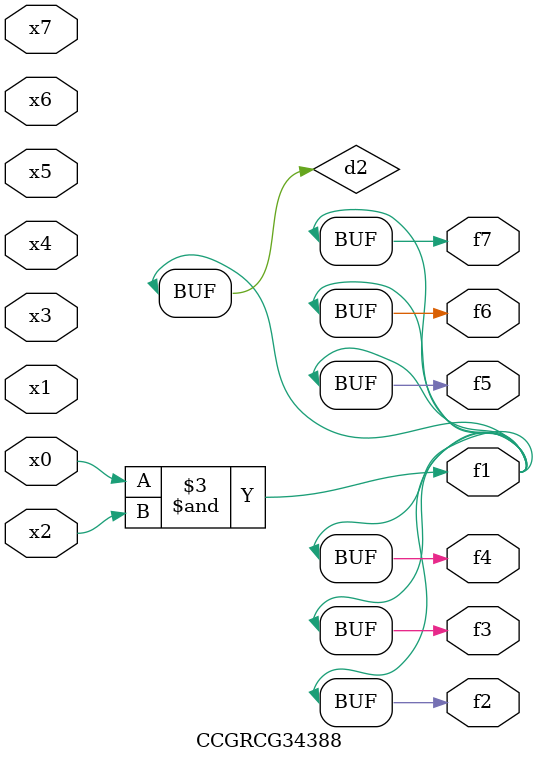
<source format=v>
module CCGRCG34388(
	input x0, x1, x2, x3, x4, x5, x6, x7,
	output f1, f2, f3, f4, f5, f6, f7
);

	wire d1, d2;

	nor (d1, x3, x6);
	and (d2, x0, x2);
	assign f1 = d2;
	assign f2 = d2;
	assign f3 = d2;
	assign f4 = d2;
	assign f5 = d2;
	assign f6 = d2;
	assign f7 = d2;
endmodule

</source>
